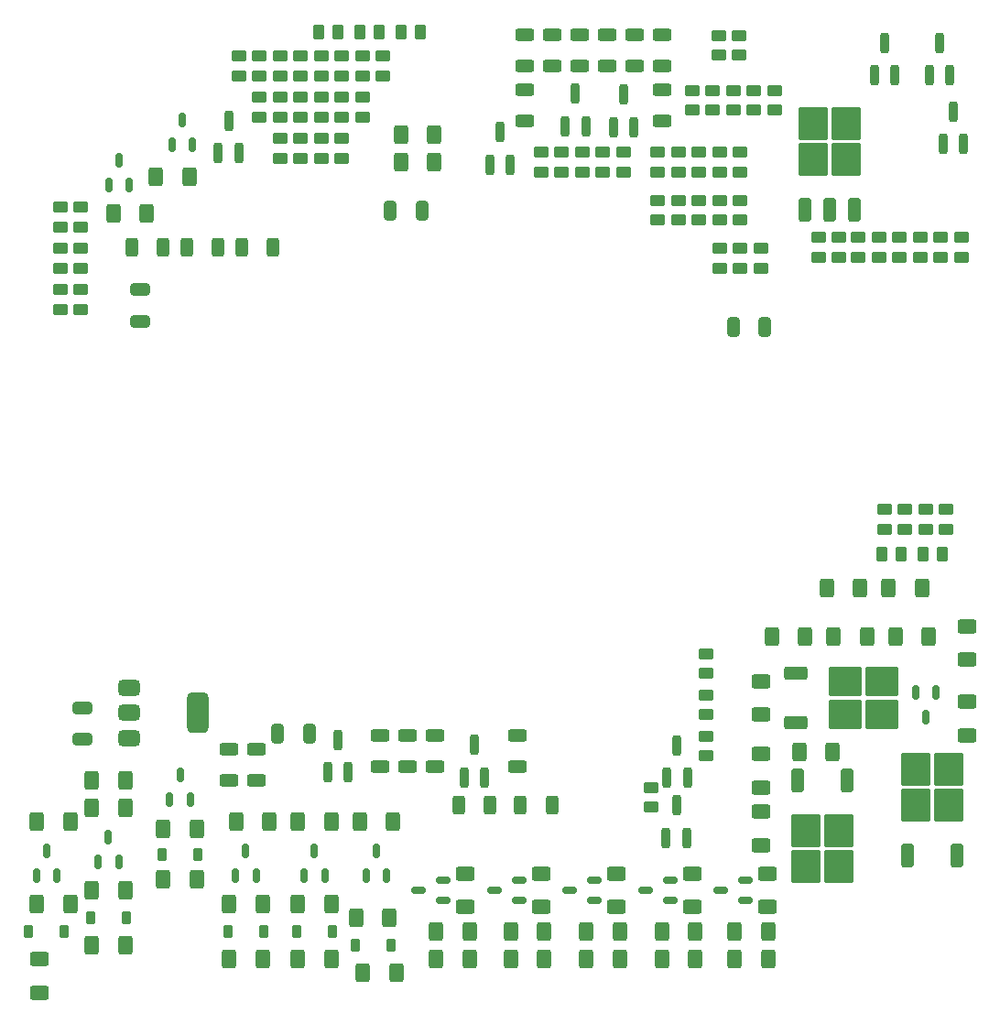
<source format=gbp>
G04 #@! TF.GenerationSoftware,KiCad,Pcbnew,9.0.1*
G04 #@! TF.CreationDate,2025-09-16T21:45:55+03:00*
G04 #@! TF.ProjectId,v1,76312e6b-6963-4616-945f-706362585858,rev?*
G04 #@! TF.SameCoordinates,Original*
G04 #@! TF.FileFunction,Paste,Bot*
G04 #@! TF.FilePolarity,Positive*
%FSLAX46Y46*%
G04 Gerber Fmt 4.6, Leading zero omitted, Abs format (unit mm)*
G04 Created by KiCad (PCBNEW 9.0.1) date 2025-09-16 21:45:55*
%MOMM*%
%LPD*%
G01*
G04 APERTURE LIST*
G04 Aperture macros list*
%AMRoundRect*
0 Rectangle with rounded corners*
0 $1 Rounding radius*
0 $2 $3 $4 $5 $6 $7 $8 $9 X,Y pos of 4 corners*
0 Add a 4 corners polygon primitive as box body*
4,1,4,$2,$3,$4,$5,$6,$7,$8,$9,$2,$3,0*
0 Add four circle primitives for the rounded corners*
1,1,$1+$1,$2,$3*
1,1,$1+$1,$4,$5*
1,1,$1+$1,$6,$7*
1,1,$1+$1,$8,$9*
0 Add four rect primitives between the rounded corners*
20,1,$1+$1,$2,$3,$4,$5,0*
20,1,$1+$1,$4,$5,$6,$7,0*
20,1,$1+$1,$6,$7,$8,$9,0*
20,1,$1+$1,$8,$9,$2,$3,0*%
G04 Aperture macros list end*
%ADD10RoundRect,0.200000X0.200000X-0.750000X0.200000X0.750000X-0.200000X0.750000X-0.200000X-0.750000X0*%
%ADD11RoundRect,0.250000X0.450000X-0.262500X0.450000X0.262500X-0.450000X0.262500X-0.450000X-0.262500X0*%
%ADD12RoundRect,0.250000X0.625000X-0.312500X0.625000X0.312500X-0.625000X0.312500X-0.625000X-0.312500X0*%
%ADD13RoundRect,0.250000X-1.125000X1.275000X-1.125000X-1.275000X1.125000X-1.275000X1.125000X1.275000X0*%
%ADD14RoundRect,0.250000X-0.350000X0.850000X-0.350000X-0.850000X0.350000X-0.850000X0.350000X0.850000X0*%
%ADD15RoundRect,0.250000X-1.275000X-1.125000X1.275000X-1.125000X1.275000X1.125000X-1.275000X1.125000X0*%
%ADD16RoundRect,0.250000X-0.850000X-0.350000X0.850000X-0.350000X0.850000X0.350000X-0.850000X0.350000X0*%
%ADD17RoundRect,0.250000X1.125000X-1.275000X1.125000X1.275000X-1.125000X1.275000X-1.125000X-1.275000X0*%
%ADD18RoundRect,0.250000X0.350000X-0.850000X0.350000X0.850000X-0.350000X0.850000X-0.350000X-0.850000X0*%
%ADD19RoundRect,0.250000X-0.400000X-0.625000X0.400000X-0.625000X0.400000X0.625000X-0.400000X0.625000X0*%
%ADD20RoundRect,0.150000X0.512500X0.150000X-0.512500X0.150000X-0.512500X-0.150000X0.512500X-0.150000X0*%
%ADD21RoundRect,0.250000X-0.650000X0.325000X-0.650000X-0.325000X0.650000X-0.325000X0.650000X0.325000X0*%
%ADD22RoundRect,0.250000X0.400000X0.625000X-0.400000X0.625000X-0.400000X-0.625000X0.400000X-0.625000X0*%
%ADD23RoundRect,0.250000X0.625000X-0.400000X0.625000X0.400000X-0.625000X0.400000X-0.625000X-0.400000X0*%
%ADD24RoundRect,0.250000X0.312500X0.625000X-0.312500X0.625000X-0.312500X-0.625000X0.312500X-0.625000X0*%
%ADD25RoundRect,0.150000X-0.150000X0.512500X-0.150000X-0.512500X0.150000X-0.512500X0.150000X0.512500X0*%
%ADD26RoundRect,0.250000X-0.312500X-0.625000X0.312500X-0.625000X0.312500X0.625000X-0.312500X0.625000X0*%
%ADD27RoundRect,0.225000X0.225000X0.375000X-0.225000X0.375000X-0.225000X-0.375000X0.225000X-0.375000X0*%
%ADD28RoundRect,0.150000X0.150000X-0.512500X0.150000X0.512500X-0.150000X0.512500X-0.150000X-0.512500X0*%
%ADD29RoundRect,0.250000X-0.625000X0.400000X-0.625000X-0.400000X0.625000X-0.400000X0.625000X0.400000X0*%
%ADD30RoundRect,0.250000X0.262500X0.450000X-0.262500X0.450000X-0.262500X-0.450000X0.262500X-0.450000X0*%
%ADD31RoundRect,0.250000X-0.262500X-0.450000X0.262500X-0.450000X0.262500X0.450000X-0.262500X0.450000X0*%
%ADD32RoundRect,0.375000X-0.625000X-0.375000X0.625000X-0.375000X0.625000X0.375000X-0.625000X0.375000X0*%
%ADD33RoundRect,0.500000X-0.500000X-1.400000X0.500000X-1.400000X0.500000X1.400000X-0.500000X1.400000X0*%
%ADD34RoundRect,0.250000X0.325000X0.650000X-0.325000X0.650000X-0.325000X-0.650000X0.325000X-0.650000X0*%
%ADD35RoundRect,0.250000X-0.325000X-0.650000X0.325000X-0.650000X0.325000X0.650000X-0.325000X0.650000X0*%
G04 APERTURE END LIST*
D10*
X114619300Y-57123200D03*
X113669300Y-60123200D03*
X115569300Y-60123200D03*
X156032200Y-120420000D03*
X155082200Y-123420000D03*
X156982200Y-123420000D03*
D11*
X158750000Y-115847500D03*
X158750000Y-114022500D03*
X158750000Y-108227500D03*
X158750000Y-106402500D03*
D12*
X117221750Y-118110000D03*
X117221750Y-115185000D03*
D11*
X153676074Y-120565358D03*
X153676074Y-118740358D03*
X158750000Y-112037500D03*
X158750000Y-110212500D03*
D10*
X125701750Y-117340878D03*
X123801750Y-117340878D03*
X124751750Y-114340878D03*
X138295000Y-117825000D03*
X136395000Y-117825000D03*
X137345000Y-114825000D03*
X157033000Y-117857400D03*
X155133000Y-117857400D03*
X156083000Y-114857400D03*
X152080000Y-57697500D03*
X150180000Y-57697500D03*
X151130000Y-54697500D03*
X147635000Y-57634000D03*
X145735000Y-57634000D03*
X146685000Y-54634000D03*
D13*
X171015500Y-122726000D03*
X167965500Y-122726000D03*
X171015500Y-126076000D03*
X167965500Y-126076000D03*
D14*
X167210500Y-118101000D03*
X171770500Y-118101000D03*
D15*
X171670000Y-108965000D03*
X171670000Y-112015000D03*
X175020000Y-108965000D03*
X175020000Y-112015000D03*
D16*
X167045000Y-112770000D03*
X167045000Y-108210000D03*
D17*
X178180000Y-120430000D03*
X181230000Y-120430000D03*
X178180000Y-117080000D03*
X181230000Y-117080000D03*
D18*
X181985000Y-125055000D03*
X177425000Y-125055000D03*
D11*
X127000000Y-54967500D03*
X125095000Y-54967500D03*
X127000000Y-56792500D03*
X125095000Y-56792500D03*
D19*
X96875000Y-121920000D03*
X99975000Y-121920000D03*
D11*
X149225000Y-61872500D03*
X149225000Y-60047500D03*
D12*
X131191750Y-116840000D03*
X131191750Y-113915000D03*
D11*
X156210000Y-61872500D03*
X156210000Y-60047500D03*
D12*
X141351750Y-116840000D03*
X141351750Y-113915000D03*
X154686750Y-52070000D03*
X154686750Y-49145000D03*
D20*
X141472500Y-127320000D03*
X141472500Y-129220000D03*
X139197500Y-128270000D03*
D11*
X178562000Y-69723000D03*
X178562000Y-67898000D03*
D12*
X114681750Y-118110000D03*
X114681750Y-115185000D03*
D21*
X106465000Y-72725000D03*
X106465000Y-75675000D03*
D11*
X163830000Y-70762500D03*
X163830000Y-68937500D03*
D22*
X133630000Y-58420000D03*
X130530000Y-58420000D03*
D20*
X134487500Y-127320000D03*
X134487500Y-129220000D03*
X132212500Y-128270000D03*
D10*
X176234000Y-52935000D03*
X174334000Y-52935000D03*
X175284000Y-49935000D03*
D11*
X179070000Y-94892500D03*
X179070000Y-93067500D03*
X163195000Y-56157500D03*
X163195000Y-54332500D03*
D12*
X133731750Y-116840000D03*
X133731750Y-113915000D03*
D23*
X150495000Y-129820000D03*
X150495000Y-126720000D03*
D11*
X154305000Y-66317500D03*
X154305000Y-64492500D03*
D10*
X140650000Y-61190000D03*
X138750000Y-61190000D03*
X139700000Y-58190000D03*
D23*
X143510000Y-129820000D03*
X143510000Y-126720000D03*
D11*
X161925000Y-61872500D03*
X161925000Y-60047500D03*
D21*
X101110000Y-111380000D03*
X101110000Y-114330000D03*
D19*
X115290000Y-121920000D03*
X118390000Y-121920000D03*
D24*
X108585000Y-68833250D03*
X105660000Y-68833250D03*
D25*
X178120000Y-109987500D03*
X180020000Y-109987500D03*
X179070000Y-112262500D03*
D11*
X165100000Y-56157500D03*
X165100000Y-54332500D03*
D22*
X124105000Y-134620000D03*
X121005000Y-134620000D03*
D26*
X135890000Y-120396750D03*
X138815000Y-120396750D03*
D22*
X111685000Y-127254000D03*
X108585000Y-127254000D03*
D10*
X181290000Y-52935000D03*
X179390000Y-52935000D03*
X180340000Y-49935000D03*
D19*
X101955000Y-118110000D03*
X105055000Y-118110000D03*
D22*
X105055000Y-133350000D03*
X101955000Y-133350000D03*
X150775000Y-132080000D03*
X147675000Y-132080000D03*
D12*
X141986750Y-57150000D03*
X141986750Y-54225000D03*
D19*
X147675000Y-134620000D03*
X150775000Y-134620000D03*
D12*
X144526750Y-52070000D03*
X144526750Y-49145000D03*
D11*
X121285000Y-52982500D03*
X121285000Y-51157500D03*
X121285000Y-60602500D03*
X121285000Y-58777500D03*
X156210000Y-66317500D03*
X156210000Y-64492500D03*
D27*
X124205000Y-132080000D03*
X120905000Y-132080000D03*
D11*
X123190000Y-52982500D03*
X123190000Y-51157500D03*
D28*
X129220000Y-126867500D03*
X127320000Y-126867500D03*
X128270000Y-124592500D03*
D11*
X125095000Y-60602500D03*
X125095000Y-58777500D03*
X151130000Y-61872500D03*
X151130000Y-60047500D03*
D22*
X133630000Y-60960000D03*
X130530000Y-60960000D03*
D23*
X163830000Y-118745000D03*
X163830000Y-115645000D03*
D11*
X161290000Y-56157500D03*
X161290000Y-54332500D03*
D27*
X117855000Y-132080000D03*
X114555000Y-132080000D03*
D11*
X117475000Y-56792500D03*
X117475000Y-54967500D03*
D28*
X111085000Y-119882500D03*
X109185000Y-119882500D03*
X110135000Y-117607500D03*
D22*
X170460000Y-115443000D03*
X167360000Y-115443000D03*
X178715000Y-100330000D03*
X175615000Y-100330000D03*
D11*
X174752000Y-69723000D03*
X174752000Y-67898000D03*
D27*
X111785000Y-124968000D03*
X108485000Y-124968000D03*
D17*
X168655000Y-60740000D03*
X171705000Y-60740000D03*
X168655000Y-57390000D03*
X171705000Y-57390000D03*
D18*
X172460000Y-65365000D03*
X170180000Y-65365000D03*
X167900000Y-65365000D03*
D22*
X157760000Y-132080000D03*
X154660000Y-132080000D03*
D12*
X128651750Y-116840000D03*
X128651750Y-113915000D03*
D29*
X163830000Y-108940000D03*
X163830000Y-112040000D03*
D11*
X169164000Y-69723000D03*
X169164000Y-67898000D03*
X157480000Y-56157500D03*
X157480000Y-54332500D03*
X159385000Y-56157500D03*
X159385000Y-54332500D03*
D29*
X97155000Y-134620000D03*
X97155000Y-137720000D03*
D20*
X162427500Y-127320000D03*
X162427500Y-129220000D03*
X160152500Y-128270000D03*
D12*
X152146750Y-52070000D03*
X152146750Y-49145000D03*
D23*
X164465000Y-129820000D03*
X164465000Y-126720000D03*
X136525000Y-129820000D03*
X136525000Y-126720000D03*
X182880000Y-113945000D03*
X182880000Y-110845000D03*
D11*
X121285000Y-56792500D03*
X121285000Y-54967500D03*
X123190000Y-56792500D03*
X123190000Y-54967500D03*
X154305000Y-61872500D03*
X154305000Y-60047500D03*
D30*
X176807500Y-97155000D03*
X174982500Y-97155000D03*
D11*
X100965000Y-70762500D03*
X100965000Y-68937500D03*
D12*
X147066750Y-52070000D03*
X147066750Y-49145000D03*
D31*
X122912500Y-48895000D03*
X124737500Y-48895000D03*
D20*
X148457500Y-127320000D03*
X148457500Y-129220000D03*
X146182500Y-128270000D03*
D11*
X176657000Y-69723000D03*
X176657000Y-67898000D03*
D32*
X105455000Y-114170000D03*
X105455000Y-111870000D03*
D33*
X111755000Y-111870000D03*
D32*
X105455000Y-109570000D03*
D11*
X180467000Y-69723000D03*
X180467000Y-67898000D03*
D34*
X132545760Y-65465695D03*
X129595760Y-65465695D03*
D10*
X182560000Y-59285000D03*
X180660000Y-59285000D03*
X181610000Y-56285000D03*
D28*
X123505000Y-126867500D03*
X121605000Y-126867500D03*
X122555000Y-124592500D03*
D19*
X101955000Y-120650000D03*
X105055000Y-120650000D03*
D11*
X180975000Y-94892500D03*
X180975000Y-93067500D03*
D22*
X143790000Y-132080000D03*
X140690000Y-132080000D03*
D27*
X105155000Y-130810000D03*
X101855000Y-130810000D03*
D28*
X105465000Y-63100120D03*
X103565000Y-63100120D03*
X104515000Y-60825120D03*
D11*
X119380000Y-56792500D03*
X119380000Y-54967500D03*
D30*
X180617500Y-97155000D03*
X178792500Y-97155000D03*
D19*
X169900000Y-100330000D03*
X173000000Y-100330000D03*
D11*
X159943800Y-51077500D03*
X159943800Y-49252500D03*
D22*
X129507929Y-130796039D03*
X126407929Y-130796039D03*
X117755000Y-134620000D03*
X114655000Y-134620000D03*
D27*
X129607929Y-133336039D03*
X126307929Y-133336039D03*
D12*
X149606750Y-52070000D03*
X149606750Y-49145000D03*
D19*
X133780000Y-134620000D03*
X136880000Y-134620000D03*
D11*
X99060000Y-66952500D03*
X99060000Y-65127500D03*
D22*
X105055000Y-128270000D03*
X101955000Y-128270000D03*
D11*
X158115000Y-61872500D03*
X158115000Y-60047500D03*
D20*
X155442500Y-127320000D03*
X155442500Y-129220000D03*
X153167500Y-128270000D03*
D11*
X99060000Y-74572500D03*
X99060000Y-72747500D03*
D19*
X140690000Y-134620000D03*
X143790000Y-134620000D03*
D11*
X99060000Y-70762500D03*
X99060000Y-68937500D03*
D31*
X126722500Y-48895000D03*
X128547500Y-48895000D03*
D19*
X126720000Y-121920000D03*
X129820000Y-121920000D03*
D35*
X119175000Y-113790000D03*
X122125000Y-113790000D03*
D11*
X160020000Y-70762500D03*
X160020000Y-68937500D03*
X161925000Y-66317500D03*
X161925000Y-64492500D03*
X158115000Y-66317500D03*
X158115000Y-64492500D03*
X182372000Y-69723000D03*
X182372000Y-67898000D03*
X117475000Y-52982500D03*
X117475000Y-51157500D03*
X100965000Y-66952500D03*
X100965000Y-65127500D03*
X145415000Y-61872500D03*
X145415000Y-60047500D03*
X123190000Y-60602500D03*
X123190000Y-58777500D03*
X147320000Y-61872500D03*
X147320000Y-60047500D03*
X161848800Y-51077500D03*
X161848800Y-49252500D03*
D27*
X99440000Y-132080000D03*
X96140000Y-132080000D03*
D11*
X143510000Y-61872500D03*
X143510000Y-60047500D03*
X128905000Y-52982500D03*
X128905000Y-51157500D03*
D22*
X173635000Y-104775000D03*
X170535000Y-104775000D03*
D19*
X121005000Y-121920000D03*
X124105000Y-121920000D03*
D12*
X141986750Y-52070000D03*
X141986750Y-49145000D03*
D11*
X171069000Y-69723000D03*
X171069000Y-67898000D03*
D24*
X113665000Y-68833250D03*
X110740000Y-68833250D03*
D11*
X177165000Y-94892500D03*
X177165000Y-93067500D03*
D28*
X117155000Y-126867500D03*
X115255000Y-126867500D03*
X116205000Y-124592500D03*
D11*
X172847000Y-69723000D03*
X172847000Y-67898000D03*
D22*
X164491000Y-132080000D03*
X161391000Y-132080000D03*
D11*
X161925000Y-70762500D03*
X161925000Y-68937500D03*
X100965000Y-74572500D03*
X100965000Y-72747500D03*
X127000000Y-52982500D03*
X127000000Y-51157500D03*
D12*
X154686750Y-57150000D03*
X154686750Y-54225000D03*
D22*
X130142929Y-135876039D03*
X127042929Y-135876039D03*
D11*
X160020000Y-66317500D03*
X160020000Y-64492500D03*
D26*
X141605000Y-120396750D03*
X144530000Y-120396750D03*
D22*
X107062380Y-65670000D03*
X103962380Y-65670000D03*
D19*
X154660000Y-134620000D03*
X157760000Y-134620000D03*
D11*
X115570000Y-52982500D03*
X115570000Y-51157500D03*
D34*
X164222142Y-76200000D03*
X161272142Y-76200000D03*
D22*
X111685000Y-122555000D03*
X108585000Y-122555000D03*
X167920000Y-104775000D03*
X164820000Y-104775000D03*
D11*
X119380000Y-52982500D03*
X119380000Y-51157500D03*
D23*
X182880000Y-106960000D03*
X182880000Y-103860000D03*
D24*
X118745000Y-68833250D03*
X115820000Y-68833250D03*
D19*
X161391000Y-134620000D03*
X164491000Y-134620000D03*
D28*
X111276000Y-59312500D03*
X109376000Y-59312500D03*
X110326000Y-57037500D03*
D22*
X110995000Y-62284000D03*
X107895000Y-62284000D03*
X124105000Y-129540000D03*
X121005000Y-129540000D03*
D23*
X163830000Y-124105000D03*
X163830000Y-121005000D03*
D28*
X98740000Y-126867500D03*
X96840000Y-126867500D03*
X97790000Y-124592500D03*
D22*
X179350000Y-104775000D03*
X176250000Y-104775000D03*
D11*
X175260000Y-94892500D03*
X175260000Y-93067500D03*
D31*
X130532500Y-48895000D03*
X132357500Y-48895000D03*
D23*
X157480000Y-129820000D03*
X157480000Y-126720000D03*
D11*
X125095000Y-52982500D03*
X125095000Y-51157500D03*
X119380000Y-60602500D03*
X119380000Y-58777500D03*
D22*
X136880000Y-132080000D03*
X133780000Y-132080000D03*
D28*
X104455000Y-125597500D03*
X102555000Y-125597500D03*
X103505000Y-123322500D03*
D22*
X117755000Y-129540000D03*
X114655000Y-129540000D03*
D11*
X160020000Y-61872500D03*
X160020000Y-60047500D03*
D19*
X96875000Y-129540000D03*
X99975000Y-129540000D03*
M02*

</source>
